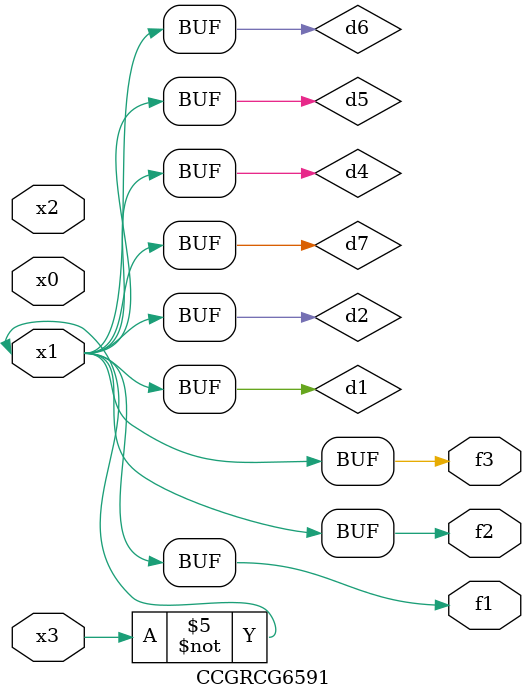
<source format=v>
module CCGRCG6591(
	input x0, x1, x2, x3,
	output f1, f2, f3
);

	wire d1, d2, d3, d4, d5, d6, d7;

	not (d1, x3);
	buf (d2, x1);
	xnor (d3, d1, d2);
	nor (d4, d1);
	buf (d5, d1, d2);
	buf (d6, d4, d5);
	nand (d7, d4);
	assign f1 = d6;
	assign f2 = d7;
	assign f3 = d6;
endmodule

</source>
